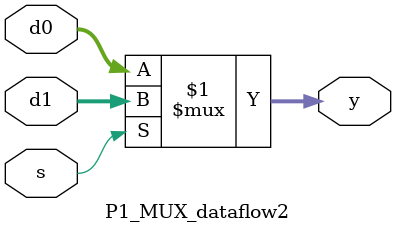
<source format=v>

module P1_MUX_dataflow2(
    output  [3:0]   y,      // sum
    input   [3:0]   d0,     // input D0
    input   [3:0]   d1,     // input D1
    input           s       // select
);

    assign          y = s ? d1 : d0;

endmodule
</source>
